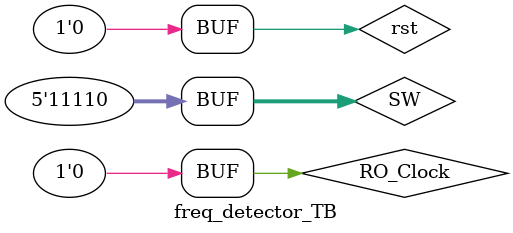
<source format=v>
`timescale 1ns/1ns

module freq_detector_TB();

  reg RO_Clock = 1'b0;
  reg rst = 1'b0;
  reg [4:0] SW = 5'b11110;
  wire Clk_to_WG;

  frequence_detector fd1(RO_Clock, rst, SW, Clk_to_WG);

  initial
  begin
    repeat(100)
      #20 RO_Clock = ~RO_Clock;
  end

  initial
  begin
    #10 rst = 1'b1;
    #20 rst = 1'b0;
  end

endmodule

</source>
